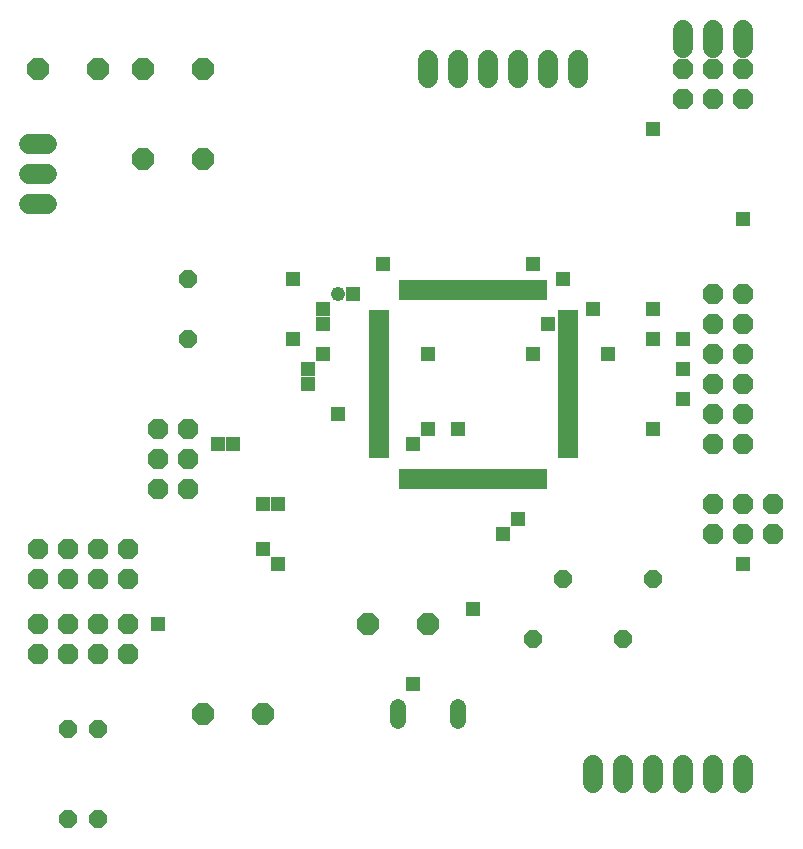
<source format=gts>
G75*
G70*
%OFA0B0*%
%FSLAX24Y24*%
%IPPOS*%
%LPD*%
%AMOC8*
5,1,8,0,0,1.08239X$1,22.5*
%
%ADD10R,0.0671X0.0218*%
%ADD11R,0.0218X0.0671*%
%ADD12C,0.0520*%
%ADD13OC8,0.0710*%
%ADD14C,0.0680*%
%ADD15OC8,0.0600*%
%ADD16OC8,0.0680*%
%ADD17R,0.0476X0.0476*%
%ADD18C,0.0480*%
D10*
X013450Y013738D03*
X013450Y013935D03*
X013450Y014131D03*
X013450Y014328D03*
X013450Y014525D03*
X013450Y014722D03*
X013450Y014919D03*
X013450Y015116D03*
X013450Y015313D03*
X013450Y015509D03*
X013450Y015706D03*
X013450Y015903D03*
X013450Y016100D03*
X013450Y016297D03*
X013450Y016494D03*
X013450Y016691D03*
X013450Y016887D03*
X013450Y017084D03*
X013450Y017281D03*
X013450Y017478D03*
X013450Y017675D03*
X013450Y017872D03*
X013450Y018069D03*
X013450Y018265D03*
X013450Y018462D03*
X019750Y018462D03*
X019750Y018265D03*
X019750Y018069D03*
X019750Y017872D03*
X019750Y017675D03*
X019750Y017478D03*
X019750Y017281D03*
X019750Y017084D03*
X019750Y016887D03*
X019750Y016691D03*
X019750Y016494D03*
X019750Y016297D03*
X019750Y016100D03*
X019750Y015903D03*
X019750Y015706D03*
X019750Y015509D03*
X019750Y015313D03*
X019750Y015116D03*
X019750Y014919D03*
X019750Y014722D03*
X019750Y014525D03*
X019750Y014328D03*
X019750Y014131D03*
X019750Y013935D03*
X019750Y013738D03*
D11*
X018962Y012950D03*
X018765Y012950D03*
X018569Y012950D03*
X018372Y012950D03*
X018175Y012950D03*
X017978Y012950D03*
X017781Y012950D03*
X017584Y012950D03*
X017387Y012950D03*
X017191Y012950D03*
X016994Y012950D03*
X016797Y012950D03*
X016600Y012950D03*
X016403Y012950D03*
X016206Y012950D03*
X016009Y012950D03*
X015813Y012950D03*
X015616Y012950D03*
X015419Y012950D03*
X015222Y012950D03*
X015025Y012950D03*
X014828Y012950D03*
X014631Y012950D03*
X014435Y012950D03*
X014238Y012950D03*
X014238Y019250D03*
X014435Y019250D03*
X014631Y019250D03*
X014828Y019250D03*
X015025Y019250D03*
X015222Y019250D03*
X015419Y019250D03*
X015616Y019250D03*
X015813Y019250D03*
X016009Y019250D03*
X016206Y019250D03*
X016403Y019250D03*
X016600Y019250D03*
X016797Y019250D03*
X016994Y019250D03*
X017191Y019250D03*
X017387Y019250D03*
X017584Y019250D03*
X017781Y019250D03*
X017978Y019250D03*
X018175Y019250D03*
X018372Y019250D03*
X018569Y019250D03*
X018765Y019250D03*
X018962Y019250D03*
D12*
X016100Y005320D02*
X016100Y004880D01*
X014100Y004880D02*
X014100Y005320D01*
D13*
X013100Y008100D03*
X015100Y008100D03*
X009600Y005100D03*
X007600Y005100D03*
X007600Y023600D03*
X005600Y023600D03*
X005600Y026600D03*
X004100Y026600D03*
X002100Y026600D03*
X007600Y026600D03*
D14*
X002400Y024100D02*
X001800Y024100D01*
X001800Y023100D02*
X002400Y023100D01*
X002400Y022100D02*
X001800Y022100D01*
X015100Y026300D02*
X015100Y026900D01*
X016100Y026900D02*
X016100Y026300D01*
X017100Y026300D02*
X017100Y026900D01*
X018100Y026900D02*
X018100Y026300D01*
X019100Y026300D02*
X019100Y026900D01*
X020100Y026900D02*
X020100Y026300D01*
X023600Y027300D02*
X023600Y027900D01*
X024600Y027900D02*
X024600Y027300D01*
X025600Y027300D02*
X025600Y027900D01*
X025600Y003400D02*
X025600Y002800D01*
X024600Y002800D02*
X024600Y003400D01*
X023600Y003400D02*
X023600Y002800D01*
X022600Y002800D02*
X022600Y003400D01*
X021600Y003400D02*
X021600Y002800D01*
X020600Y002800D02*
X020600Y003400D01*
D15*
X003100Y001600D03*
X004100Y001600D03*
X004100Y004600D03*
X003100Y004600D03*
X007100Y017600D03*
X007100Y019600D03*
X018600Y007600D03*
X019600Y009600D03*
X021600Y007600D03*
X022600Y009600D03*
D16*
X024600Y011100D03*
X024600Y012100D03*
X025600Y012100D03*
X025600Y011100D03*
X026600Y011100D03*
X026600Y012100D03*
X025600Y014100D03*
X025600Y015100D03*
X025600Y016100D03*
X025600Y017100D03*
X025600Y018100D03*
X025600Y019100D03*
X024600Y019100D03*
X024600Y018100D03*
X024600Y017100D03*
X024600Y016100D03*
X024600Y015100D03*
X024600Y014100D03*
X024600Y025600D03*
X024600Y026600D03*
X023600Y026600D03*
X023600Y025600D03*
X025600Y025600D03*
X025600Y026600D03*
X007100Y014600D03*
X007100Y013600D03*
X007100Y012600D03*
X006100Y012600D03*
X006100Y013600D03*
X006100Y014600D03*
X005100Y010600D03*
X005100Y009600D03*
X004100Y009600D03*
X004100Y010600D03*
X003100Y010600D03*
X003100Y009600D03*
X002100Y009600D03*
X002100Y010600D03*
X002100Y008100D03*
X003100Y008100D03*
X003100Y007100D03*
X002100Y007100D03*
X004100Y007100D03*
X005100Y007100D03*
X005100Y008100D03*
X004100Y008100D03*
D17*
X006100Y008100D03*
X009600Y010600D03*
X010100Y010100D03*
X010100Y012100D03*
X009600Y012100D03*
X008600Y014100D03*
X008100Y014100D03*
X011100Y016100D03*
X011100Y016600D03*
X011600Y017100D03*
X011600Y018100D03*
X011600Y018600D03*
X010600Y017600D03*
X010600Y019600D03*
X012600Y019100D03*
X013600Y020100D03*
X015100Y017100D03*
X015100Y014600D03*
X014600Y014100D03*
X016100Y014600D03*
X018600Y017100D03*
X019100Y018100D03*
X020600Y018600D03*
X019600Y019600D03*
X018600Y020100D03*
X021100Y017100D03*
X022600Y017600D03*
X022600Y018600D03*
X023600Y017600D03*
X023600Y016600D03*
X023600Y015600D03*
X022600Y014600D03*
X025600Y010100D03*
X018100Y011600D03*
X017600Y011100D03*
X016600Y008600D03*
X014600Y006100D03*
X012100Y015100D03*
X022600Y024600D03*
X025600Y021600D03*
D18*
X012100Y019100D03*
M02*

</source>
